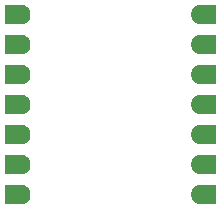
<source format=gtp>
G04 Layer: TopPasteMaskLayer*
G04 EasyEDA v6.5.47, 2024-10-16 20:22:33*
G04 9ae9750504c14924853e95ef229aeab1,24ffd69d1a984b0ba209c2ef933deaa4,10*
G04 Gerber Generator version 0.2*
G04 Scale: 100 percent, Rotated: No, Reflected: No *
G04 Dimensions in millimeters *
G04 leading zeros omitted , absolute positions ,4 integer and 5 decimal *
%FSLAX45Y45*%
%MOMM*%

%ADD10C,0.0001*%

%LPD*%
G36*
X5791936Y4919471D02*
G01*
X5795848Y4919370D01*
X5799759Y4919065D01*
X5803671Y4918557D01*
X5807506Y4917846D01*
X5811342Y4916931D01*
X5815101Y4915814D01*
X5818784Y4914493D01*
X5822416Y4912995D01*
X5825947Y4911318D01*
X5829401Y4909438D01*
X5832754Y4907381D01*
X5835980Y4905171D01*
X5839104Y4902784D01*
X5842076Y4900218D01*
X5844920Y4897526D01*
X5847638Y4894681D01*
X5850178Y4891709D01*
X5852566Y4888585D01*
X5854776Y4885359D01*
X5856833Y4882006D01*
X5858713Y4878552D01*
X5860389Y4875021D01*
X5861888Y4871389D01*
X5863209Y4867706D01*
X5864326Y4863922D01*
X5865240Y4860112D01*
X5865952Y4856251D01*
X5866460Y4852365D01*
X5866765Y4848453D01*
X5866866Y4844542D01*
X5866866Y4831842D01*
X5866765Y4827930D01*
X5866460Y4824018D01*
X5865952Y4820107D01*
X5865240Y4816271D01*
X5864301Y4812461D01*
X5863209Y4808677D01*
X5861888Y4804994D01*
X5860389Y4801362D01*
X5858687Y4797831D01*
X5856833Y4794377D01*
X5854776Y4791024D01*
X5852566Y4787798D01*
X5850153Y4784699D01*
X5847613Y4781702D01*
X5844920Y4778857D01*
X5842076Y4776165D01*
X5839079Y4773625D01*
X5835980Y4771237D01*
X5832754Y4769002D01*
X5829401Y4766970D01*
X5825947Y4765090D01*
X5822416Y4763388D01*
X5818784Y4761890D01*
X5815101Y4760595D01*
X5811316Y4759477D01*
X5807506Y4758562D01*
X5803645Y4757851D01*
X5799759Y4757343D01*
X5795848Y4757013D01*
X5791936Y4756937D01*
X5653506Y4756937D01*
X5653506Y4919471D01*
G37*
G36*
X5791936Y4665471D02*
G01*
X5795848Y4665370D01*
X5799759Y4665065D01*
X5803671Y4664557D01*
X5807506Y4663846D01*
X5811342Y4662931D01*
X5815101Y4661814D01*
X5818784Y4660493D01*
X5822416Y4658995D01*
X5825947Y4657318D01*
X5829401Y4655438D01*
X5832754Y4653381D01*
X5835980Y4651171D01*
X5839104Y4648784D01*
X5842076Y4646218D01*
X5844920Y4643526D01*
X5847638Y4640681D01*
X5850178Y4637709D01*
X5852566Y4634585D01*
X5854776Y4631359D01*
X5856833Y4628006D01*
X5858713Y4624552D01*
X5860389Y4621021D01*
X5861888Y4617389D01*
X5863209Y4613706D01*
X5864326Y4609922D01*
X5865240Y4606112D01*
X5865952Y4602251D01*
X5866460Y4598365D01*
X5866765Y4594453D01*
X5866866Y4590542D01*
X5866866Y4577842D01*
X5866765Y4573930D01*
X5866460Y4570018D01*
X5865952Y4566107D01*
X5865240Y4562271D01*
X5864301Y4558461D01*
X5863209Y4554677D01*
X5861888Y4550994D01*
X5860389Y4547362D01*
X5858687Y4543831D01*
X5856833Y4540377D01*
X5854776Y4537024D01*
X5852566Y4533798D01*
X5850153Y4530699D01*
X5847613Y4527702D01*
X5844920Y4524857D01*
X5842076Y4522165D01*
X5839079Y4519625D01*
X5835980Y4517237D01*
X5832754Y4515002D01*
X5829401Y4512970D01*
X5825947Y4511090D01*
X5822416Y4509388D01*
X5818784Y4507890D01*
X5815101Y4506595D01*
X5811316Y4505477D01*
X5807506Y4504562D01*
X5803645Y4503851D01*
X5799759Y4503343D01*
X5795848Y4503013D01*
X5791936Y4502937D01*
X5653506Y4502937D01*
X5653506Y4665471D01*
G37*
G36*
X5791936Y4411471D02*
G01*
X5795848Y4411370D01*
X5799759Y4411065D01*
X5803671Y4410557D01*
X5807506Y4409846D01*
X5811342Y4408931D01*
X5815101Y4407814D01*
X5818784Y4406493D01*
X5822416Y4404995D01*
X5825947Y4403318D01*
X5829401Y4401438D01*
X5832754Y4399381D01*
X5835980Y4397171D01*
X5839104Y4394784D01*
X5842076Y4392218D01*
X5844920Y4389526D01*
X5847638Y4386681D01*
X5850178Y4383709D01*
X5852566Y4380585D01*
X5854776Y4377359D01*
X5856833Y4374006D01*
X5858713Y4370552D01*
X5860389Y4367021D01*
X5861888Y4363389D01*
X5863209Y4359706D01*
X5864326Y4355922D01*
X5865240Y4352112D01*
X5865952Y4348251D01*
X5866460Y4344365D01*
X5866765Y4340453D01*
X5866866Y4336542D01*
X5866866Y4323842D01*
X5866765Y4319930D01*
X5866460Y4316018D01*
X5865952Y4312107D01*
X5865240Y4308271D01*
X5864301Y4304461D01*
X5863209Y4300677D01*
X5861888Y4296994D01*
X5860389Y4293362D01*
X5858687Y4289831D01*
X5856833Y4286377D01*
X5854776Y4283024D01*
X5852566Y4279798D01*
X5850153Y4276699D01*
X5847613Y4273702D01*
X5844920Y4270857D01*
X5842076Y4268165D01*
X5839079Y4265625D01*
X5835980Y4263237D01*
X5832754Y4261002D01*
X5829401Y4258970D01*
X5825947Y4257090D01*
X5822416Y4255388D01*
X5818784Y4253890D01*
X5815101Y4252595D01*
X5811316Y4251477D01*
X5807506Y4250562D01*
X5803645Y4249851D01*
X5799759Y4249343D01*
X5795848Y4249013D01*
X5791936Y4248937D01*
X5653506Y4248937D01*
X5653506Y4411471D01*
G37*
G36*
X5791936Y4157471D02*
G01*
X5795848Y4157370D01*
X5799759Y4157065D01*
X5803671Y4156557D01*
X5807506Y4155846D01*
X5811342Y4154931D01*
X5815101Y4153814D01*
X5818784Y4152493D01*
X5822416Y4150995D01*
X5825947Y4149318D01*
X5829401Y4147438D01*
X5832754Y4145381D01*
X5835980Y4143171D01*
X5839104Y4140784D01*
X5842076Y4138218D01*
X5844920Y4135526D01*
X5847638Y4132681D01*
X5850178Y4129709D01*
X5852566Y4126585D01*
X5854776Y4123359D01*
X5856833Y4120006D01*
X5858713Y4116552D01*
X5860389Y4113021D01*
X5861888Y4109389D01*
X5863209Y4105706D01*
X5864326Y4101922D01*
X5865240Y4098112D01*
X5865952Y4094251D01*
X5866460Y4090365D01*
X5866765Y4086453D01*
X5866866Y4082542D01*
X5866866Y4069842D01*
X5866765Y4065930D01*
X5866460Y4062018D01*
X5865952Y4058107D01*
X5865240Y4054271D01*
X5864301Y4050461D01*
X5863209Y4046677D01*
X5861888Y4042994D01*
X5860389Y4039362D01*
X5858687Y4035831D01*
X5856833Y4032377D01*
X5854776Y4029024D01*
X5852566Y4025798D01*
X5850153Y4022699D01*
X5847613Y4019702D01*
X5844920Y4016857D01*
X5842076Y4014165D01*
X5839079Y4011625D01*
X5835980Y4009237D01*
X5832754Y4007002D01*
X5829401Y4004970D01*
X5825947Y4003090D01*
X5822416Y4001388D01*
X5818784Y3999890D01*
X5815101Y3998595D01*
X5811316Y3997477D01*
X5807506Y3996562D01*
X5803645Y3995851D01*
X5799759Y3995343D01*
X5795848Y3995013D01*
X5791936Y3994937D01*
X5653506Y3994937D01*
X5653506Y4157471D01*
G37*
G36*
X5791936Y3903471D02*
G01*
X5795848Y3903370D01*
X5799759Y3903065D01*
X5803671Y3902557D01*
X5807506Y3901846D01*
X5811342Y3900931D01*
X5815101Y3899814D01*
X5818784Y3898493D01*
X5822416Y3896995D01*
X5825947Y3895318D01*
X5829401Y3893438D01*
X5832754Y3891381D01*
X5835980Y3889171D01*
X5839104Y3886784D01*
X5842076Y3884218D01*
X5844920Y3881526D01*
X5847638Y3878681D01*
X5850178Y3875709D01*
X5852566Y3872585D01*
X5854776Y3869359D01*
X5856833Y3866006D01*
X5858713Y3862552D01*
X5860389Y3859021D01*
X5861888Y3855389D01*
X5863209Y3851706D01*
X5864326Y3847922D01*
X5865240Y3844112D01*
X5865952Y3840251D01*
X5866460Y3836365D01*
X5866765Y3832453D01*
X5866866Y3828542D01*
X5866866Y3815842D01*
X5866765Y3811930D01*
X5866460Y3808018D01*
X5865952Y3804107D01*
X5865240Y3800271D01*
X5864301Y3796461D01*
X5863209Y3792677D01*
X5861888Y3788994D01*
X5860389Y3785362D01*
X5858687Y3781831D01*
X5856833Y3778377D01*
X5854776Y3775024D01*
X5852566Y3771798D01*
X5850153Y3768699D01*
X5847613Y3765702D01*
X5844920Y3762857D01*
X5842076Y3760165D01*
X5839079Y3757625D01*
X5835980Y3755237D01*
X5832754Y3753002D01*
X5829401Y3750970D01*
X5825947Y3749090D01*
X5822416Y3747388D01*
X5818784Y3745890D01*
X5815101Y3744595D01*
X5811316Y3743477D01*
X5807506Y3742562D01*
X5803645Y3741851D01*
X5799759Y3741343D01*
X5795848Y3741013D01*
X5791936Y3740937D01*
X5653506Y3740937D01*
X5653506Y3903471D01*
G37*
G36*
X5791936Y3649471D02*
G01*
X5795848Y3649370D01*
X5799759Y3649065D01*
X5803671Y3648557D01*
X5807506Y3647846D01*
X5811342Y3646931D01*
X5815101Y3645814D01*
X5818784Y3644493D01*
X5822416Y3642995D01*
X5825947Y3641318D01*
X5829401Y3639438D01*
X5832754Y3637381D01*
X5835980Y3635171D01*
X5839104Y3632784D01*
X5842076Y3630218D01*
X5844920Y3627526D01*
X5847638Y3624681D01*
X5850178Y3621709D01*
X5852566Y3618585D01*
X5854776Y3615359D01*
X5856833Y3612006D01*
X5858713Y3608552D01*
X5860389Y3605021D01*
X5861888Y3601389D01*
X5863209Y3597706D01*
X5864326Y3593922D01*
X5865240Y3590112D01*
X5865952Y3586251D01*
X5866460Y3582365D01*
X5866765Y3578453D01*
X5866866Y3574542D01*
X5866866Y3561842D01*
X5866765Y3557930D01*
X5866460Y3554018D01*
X5865952Y3550107D01*
X5865240Y3546271D01*
X5864301Y3542461D01*
X5863209Y3538677D01*
X5861888Y3534994D01*
X5860389Y3531362D01*
X5858687Y3527831D01*
X5856833Y3524377D01*
X5854776Y3521024D01*
X5852566Y3517798D01*
X5850153Y3514699D01*
X5847613Y3511702D01*
X5844920Y3508857D01*
X5842076Y3506165D01*
X5839079Y3503625D01*
X5835980Y3501237D01*
X5832754Y3499002D01*
X5829401Y3496970D01*
X5825947Y3495090D01*
X5822416Y3493388D01*
X5818784Y3491890D01*
X5815101Y3490595D01*
X5811316Y3489477D01*
X5807506Y3488562D01*
X5803645Y3487851D01*
X5799759Y3487343D01*
X5795848Y3487013D01*
X5791936Y3486937D01*
X5653506Y3486937D01*
X5653506Y3649471D01*
G37*
G36*
X5791936Y3395471D02*
G01*
X5795848Y3395370D01*
X5799759Y3395065D01*
X5803671Y3394557D01*
X5807506Y3393846D01*
X5811342Y3392931D01*
X5815101Y3391814D01*
X5818784Y3390493D01*
X5822416Y3388995D01*
X5825947Y3387318D01*
X5829401Y3385438D01*
X5832754Y3383381D01*
X5835980Y3381171D01*
X5839104Y3378784D01*
X5842076Y3376218D01*
X5844920Y3373526D01*
X5847638Y3370681D01*
X5850178Y3367709D01*
X5852566Y3364585D01*
X5854776Y3361359D01*
X5856833Y3358006D01*
X5858713Y3354552D01*
X5860389Y3351021D01*
X5861888Y3347389D01*
X5863209Y3343706D01*
X5864326Y3339922D01*
X5865240Y3336112D01*
X5865952Y3332251D01*
X5866460Y3328365D01*
X5866765Y3324453D01*
X5866866Y3320542D01*
X5866866Y3307842D01*
X5866765Y3303930D01*
X5866460Y3300018D01*
X5865952Y3296107D01*
X5865240Y3292271D01*
X5864301Y3288461D01*
X5863209Y3284677D01*
X5861888Y3280994D01*
X5860389Y3277362D01*
X5858687Y3273831D01*
X5856833Y3270377D01*
X5854776Y3267024D01*
X5852566Y3263798D01*
X5850153Y3260699D01*
X5847613Y3257702D01*
X5844920Y3254857D01*
X5842076Y3252165D01*
X5839079Y3249625D01*
X5835980Y3247237D01*
X5832754Y3245002D01*
X5829401Y3242970D01*
X5825947Y3241090D01*
X5822416Y3239388D01*
X5818784Y3237890D01*
X5815101Y3236595D01*
X5811316Y3235477D01*
X5807506Y3234562D01*
X5803645Y3233851D01*
X5799759Y3233343D01*
X5795848Y3233013D01*
X5791936Y3232937D01*
X5653506Y3232937D01*
X5653506Y3395471D01*
G37*
G36*
X7303236Y3232937D02*
G01*
X7299325Y3233013D01*
X7295413Y3233343D01*
X7291527Y3233851D01*
X7287666Y3234562D01*
X7283856Y3235477D01*
X7280071Y3236595D01*
X7276388Y3237890D01*
X7272756Y3239388D01*
X7269225Y3241090D01*
X7265771Y3242970D01*
X7262418Y3245002D01*
X7259193Y3247237D01*
X7256094Y3249625D01*
X7253097Y3252165D01*
X7250252Y3254857D01*
X7247559Y3257702D01*
X7244994Y3260699D01*
X7242606Y3263798D01*
X7240397Y3267024D01*
X7238339Y3270377D01*
X7236485Y3273831D01*
X7234783Y3277362D01*
X7233284Y3280994D01*
X7231964Y3284677D01*
X7230846Y3288461D01*
X7229932Y3292271D01*
X7229220Y3296107D01*
X7228713Y3300018D01*
X7228408Y3303930D01*
X7228306Y3307842D01*
X7228306Y3320542D01*
X7228408Y3324453D01*
X7228713Y3328365D01*
X7229220Y3332276D01*
X7229932Y3336112D01*
X7230846Y3339922D01*
X7231964Y3343706D01*
X7233284Y3347389D01*
X7234783Y3351021D01*
X7236459Y3354552D01*
X7238339Y3358006D01*
X7240397Y3361359D01*
X7242606Y3364585D01*
X7244994Y3367709D01*
X7247534Y3370681D01*
X7250252Y3373526D01*
X7253097Y3376244D01*
X7256068Y3378784D01*
X7259193Y3381171D01*
X7262418Y3383381D01*
X7265771Y3385438D01*
X7269225Y3387318D01*
X7272756Y3388995D01*
X7276388Y3390493D01*
X7280071Y3391814D01*
X7283831Y3392931D01*
X7287666Y3393846D01*
X7291501Y3394557D01*
X7295413Y3395065D01*
X7299325Y3395370D01*
X7303236Y3395471D01*
X7441666Y3395471D01*
X7441666Y3232937D01*
G37*
G36*
X7303236Y3486937D02*
G01*
X7299325Y3487013D01*
X7295413Y3487343D01*
X7291527Y3487851D01*
X7287666Y3488562D01*
X7283856Y3489477D01*
X7280071Y3490595D01*
X7276388Y3491890D01*
X7272756Y3493388D01*
X7269225Y3495090D01*
X7265771Y3496970D01*
X7262418Y3499002D01*
X7259193Y3501237D01*
X7256094Y3503625D01*
X7253097Y3506165D01*
X7250252Y3508857D01*
X7247559Y3511702D01*
X7244994Y3514699D01*
X7242606Y3517798D01*
X7240397Y3521024D01*
X7238339Y3524377D01*
X7236485Y3527831D01*
X7234783Y3531362D01*
X7233284Y3534994D01*
X7231964Y3538677D01*
X7230846Y3542461D01*
X7229932Y3546271D01*
X7229220Y3550107D01*
X7228713Y3554018D01*
X7228408Y3557930D01*
X7228306Y3561842D01*
X7228306Y3574542D01*
X7228408Y3578453D01*
X7228713Y3582365D01*
X7229220Y3586276D01*
X7229932Y3590112D01*
X7230846Y3593922D01*
X7231964Y3597706D01*
X7233284Y3601389D01*
X7234783Y3605021D01*
X7236459Y3608552D01*
X7238339Y3612006D01*
X7240397Y3615359D01*
X7242606Y3618585D01*
X7244994Y3621709D01*
X7247534Y3624681D01*
X7250252Y3627526D01*
X7253097Y3630244D01*
X7256068Y3632784D01*
X7259193Y3635171D01*
X7262418Y3637381D01*
X7265771Y3639438D01*
X7269225Y3641318D01*
X7272756Y3642995D01*
X7276388Y3644493D01*
X7280071Y3645814D01*
X7283831Y3646931D01*
X7287666Y3647846D01*
X7291501Y3648557D01*
X7295413Y3649065D01*
X7299325Y3649370D01*
X7303236Y3649471D01*
X7441666Y3649471D01*
X7441666Y3486937D01*
G37*
G36*
X7303236Y3740937D02*
G01*
X7299325Y3741013D01*
X7295413Y3741343D01*
X7291527Y3741851D01*
X7287666Y3742562D01*
X7283856Y3743477D01*
X7280071Y3744595D01*
X7276388Y3745890D01*
X7272756Y3747388D01*
X7269225Y3749090D01*
X7265771Y3750970D01*
X7262418Y3753002D01*
X7259193Y3755237D01*
X7256094Y3757625D01*
X7253097Y3760165D01*
X7250252Y3762857D01*
X7247559Y3765702D01*
X7244994Y3768699D01*
X7242606Y3771798D01*
X7240397Y3775024D01*
X7238339Y3778377D01*
X7236485Y3781831D01*
X7234783Y3785362D01*
X7233284Y3788994D01*
X7231964Y3792677D01*
X7230846Y3796461D01*
X7229932Y3800271D01*
X7229220Y3804107D01*
X7228713Y3808018D01*
X7228408Y3811930D01*
X7228306Y3815842D01*
X7228306Y3828542D01*
X7228408Y3832453D01*
X7228713Y3836365D01*
X7229220Y3840276D01*
X7229932Y3844112D01*
X7230846Y3847922D01*
X7231964Y3851706D01*
X7233284Y3855389D01*
X7234783Y3859021D01*
X7236459Y3862552D01*
X7238339Y3866006D01*
X7240397Y3869359D01*
X7242606Y3872585D01*
X7244994Y3875709D01*
X7247534Y3878681D01*
X7250252Y3881526D01*
X7253097Y3884244D01*
X7256068Y3886784D01*
X7259193Y3889171D01*
X7262418Y3891381D01*
X7265771Y3893438D01*
X7269225Y3895318D01*
X7272756Y3896995D01*
X7276388Y3898493D01*
X7280071Y3899814D01*
X7283831Y3900931D01*
X7287666Y3901846D01*
X7291501Y3902557D01*
X7295413Y3903065D01*
X7299325Y3903370D01*
X7303236Y3903471D01*
X7441666Y3903471D01*
X7441666Y3740937D01*
G37*
G36*
X7303236Y3994937D02*
G01*
X7299325Y3995013D01*
X7295413Y3995343D01*
X7291527Y3995851D01*
X7287666Y3996562D01*
X7283856Y3997477D01*
X7280071Y3998595D01*
X7276388Y3999890D01*
X7272756Y4001388D01*
X7269225Y4003090D01*
X7265771Y4004970D01*
X7262418Y4007002D01*
X7259193Y4009237D01*
X7256094Y4011625D01*
X7253097Y4014165D01*
X7250252Y4016857D01*
X7247559Y4019702D01*
X7244994Y4022699D01*
X7242606Y4025798D01*
X7240397Y4029024D01*
X7238339Y4032377D01*
X7236485Y4035831D01*
X7234783Y4039362D01*
X7233284Y4042994D01*
X7231964Y4046677D01*
X7230846Y4050461D01*
X7229932Y4054271D01*
X7229220Y4058107D01*
X7228713Y4062018D01*
X7228408Y4065930D01*
X7228306Y4069842D01*
X7228306Y4082542D01*
X7228408Y4086453D01*
X7228713Y4090365D01*
X7229220Y4094276D01*
X7229932Y4098112D01*
X7230846Y4101922D01*
X7231964Y4105706D01*
X7233284Y4109389D01*
X7234783Y4113021D01*
X7236459Y4116552D01*
X7238339Y4120006D01*
X7240397Y4123359D01*
X7242606Y4126585D01*
X7244994Y4129709D01*
X7247534Y4132681D01*
X7250252Y4135526D01*
X7253097Y4138244D01*
X7256068Y4140784D01*
X7259193Y4143171D01*
X7262418Y4145381D01*
X7265771Y4147438D01*
X7269225Y4149318D01*
X7272756Y4150995D01*
X7276388Y4152493D01*
X7280071Y4153814D01*
X7283831Y4154931D01*
X7287666Y4155846D01*
X7291501Y4156557D01*
X7295413Y4157065D01*
X7299325Y4157370D01*
X7303236Y4157471D01*
X7441666Y4157471D01*
X7441666Y3994937D01*
G37*
G36*
X7303236Y4248937D02*
G01*
X7299325Y4249013D01*
X7295413Y4249343D01*
X7291527Y4249851D01*
X7287666Y4250562D01*
X7283856Y4251477D01*
X7280071Y4252595D01*
X7276388Y4253890D01*
X7272756Y4255388D01*
X7269225Y4257090D01*
X7265771Y4258970D01*
X7262418Y4261002D01*
X7259193Y4263237D01*
X7256094Y4265625D01*
X7253097Y4268165D01*
X7250252Y4270857D01*
X7247559Y4273702D01*
X7244994Y4276699D01*
X7242606Y4279798D01*
X7240397Y4283024D01*
X7238339Y4286377D01*
X7236485Y4289831D01*
X7234783Y4293362D01*
X7233284Y4296994D01*
X7231964Y4300677D01*
X7230846Y4304461D01*
X7229932Y4308271D01*
X7229220Y4312107D01*
X7228713Y4316018D01*
X7228408Y4319930D01*
X7228306Y4323842D01*
X7228306Y4336542D01*
X7228408Y4340453D01*
X7228713Y4344365D01*
X7229220Y4348276D01*
X7229932Y4352112D01*
X7230846Y4355922D01*
X7231964Y4359706D01*
X7233284Y4363389D01*
X7234783Y4367021D01*
X7236459Y4370552D01*
X7238339Y4374006D01*
X7240397Y4377359D01*
X7242606Y4380585D01*
X7244994Y4383709D01*
X7247534Y4386681D01*
X7250252Y4389526D01*
X7253097Y4392244D01*
X7256068Y4394784D01*
X7259193Y4397171D01*
X7262418Y4399381D01*
X7265771Y4401438D01*
X7269225Y4403318D01*
X7272756Y4404995D01*
X7276388Y4406493D01*
X7280071Y4407814D01*
X7283831Y4408931D01*
X7287666Y4409846D01*
X7291501Y4410557D01*
X7295413Y4411065D01*
X7299325Y4411370D01*
X7303236Y4411471D01*
X7441666Y4411471D01*
X7441666Y4248937D01*
G37*
G36*
X7303236Y4502937D02*
G01*
X7299325Y4503013D01*
X7295413Y4503343D01*
X7291527Y4503851D01*
X7287666Y4504562D01*
X7283856Y4505477D01*
X7280071Y4506595D01*
X7276388Y4507890D01*
X7272756Y4509388D01*
X7269225Y4511090D01*
X7265771Y4512970D01*
X7262418Y4515002D01*
X7259193Y4517237D01*
X7256094Y4519625D01*
X7253097Y4522165D01*
X7250252Y4524857D01*
X7247559Y4527702D01*
X7244994Y4530699D01*
X7242606Y4533798D01*
X7240397Y4537024D01*
X7238339Y4540377D01*
X7236485Y4543831D01*
X7234783Y4547362D01*
X7233284Y4550994D01*
X7231964Y4554677D01*
X7230846Y4558461D01*
X7229932Y4562271D01*
X7229220Y4566107D01*
X7228713Y4570018D01*
X7228408Y4573930D01*
X7228306Y4577842D01*
X7228306Y4590542D01*
X7228408Y4594453D01*
X7228713Y4598365D01*
X7229220Y4602276D01*
X7229932Y4606112D01*
X7230846Y4609922D01*
X7231964Y4613706D01*
X7233284Y4617389D01*
X7234783Y4621021D01*
X7236459Y4624552D01*
X7238339Y4628006D01*
X7240397Y4631359D01*
X7242606Y4634585D01*
X7244994Y4637709D01*
X7247534Y4640681D01*
X7250252Y4643526D01*
X7253097Y4646244D01*
X7256068Y4648784D01*
X7259193Y4651171D01*
X7262418Y4653381D01*
X7265771Y4655438D01*
X7269225Y4657318D01*
X7272756Y4658995D01*
X7276388Y4660493D01*
X7280071Y4661814D01*
X7283831Y4662931D01*
X7287666Y4663846D01*
X7291501Y4664557D01*
X7295413Y4665065D01*
X7299325Y4665370D01*
X7303236Y4665471D01*
X7441666Y4665471D01*
X7441666Y4502937D01*
G37*
G36*
X7303236Y4756937D02*
G01*
X7299325Y4757013D01*
X7295413Y4757343D01*
X7291527Y4757851D01*
X7287666Y4758562D01*
X7283856Y4759477D01*
X7280071Y4760595D01*
X7276388Y4761890D01*
X7272756Y4763388D01*
X7269225Y4765090D01*
X7265771Y4766970D01*
X7262418Y4769002D01*
X7259193Y4771237D01*
X7256094Y4773625D01*
X7253097Y4776165D01*
X7250252Y4778857D01*
X7247559Y4781702D01*
X7244994Y4784699D01*
X7242606Y4787798D01*
X7240397Y4791024D01*
X7238339Y4794377D01*
X7236485Y4797831D01*
X7234783Y4801362D01*
X7233284Y4804994D01*
X7231964Y4808677D01*
X7230846Y4812461D01*
X7229932Y4816271D01*
X7229220Y4820107D01*
X7228713Y4824018D01*
X7228408Y4827930D01*
X7228306Y4831842D01*
X7228306Y4844542D01*
X7228408Y4848453D01*
X7228713Y4852365D01*
X7229220Y4856276D01*
X7229932Y4860112D01*
X7230846Y4863922D01*
X7231964Y4867706D01*
X7233284Y4871389D01*
X7234783Y4875021D01*
X7236459Y4878552D01*
X7238339Y4882006D01*
X7240397Y4885359D01*
X7242606Y4888585D01*
X7244994Y4891709D01*
X7247534Y4894681D01*
X7250252Y4897526D01*
X7253097Y4900244D01*
X7256068Y4902784D01*
X7259193Y4905171D01*
X7262418Y4907381D01*
X7265771Y4909438D01*
X7269225Y4911318D01*
X7272756Y4912995D01*
X7276388Y4914493D01*
X7280071Y4915814D01*
X7283831Y4916931D01*
X7287666Y4917846D01*
X7291501Y4918557D01*
X7295413Y4919065D01*
X7299325Y4919370D01*
X7303236Y4919471D01*
X7441666Y4919471D01*
X7441666Y4756937D01*
G37*
M02*

</source>
